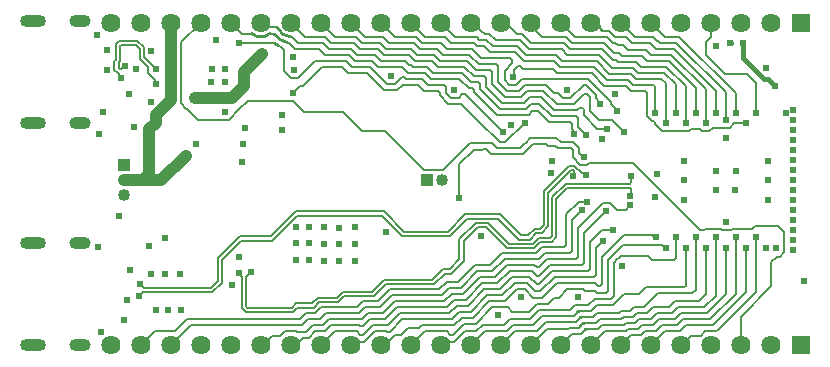
<source format=gbl>
G04*
G04 #@! TF.GenerationSoftware,Altium Limited,Altium Designer,24.10.1 (45)*
G04*
G04 Layer_Physical_Order=4*
G04 Layer_Color=16711680*
%FSLAX25Y25*%
%MOIN*%
G70*
G04*
G04 #@! TF.SameCoordinates,F1117688-C2E4-4B3A-BF9F-62EBCE255B8A*
G04*
G04*
G04 #@! TF.FilePolarity,Positive*
G04*
G01*
G75*
%ADD12C,0.00600*%
G04:AMPARAMS|DCode=53|XSize=39.37mil|YSize=70.87mil|CornerRadius=19.68mil|HoleSize=0mil|Usage=FLASHONLY|Rotation=270.000|XOffset=0mil|YOffset=0mil|HoleType=Round|Shape=RoundedRectangle|*
%AMROUNDEDRECTD53*
21,1,0.03937,0.03150,0,0,270.0*
21,1,0.00000,0.07087,0,0,270.0*
1,1,0.03937,-0.01575,0.00000*
1,1,0.03937,-0.01575,0.00000*
1,1,0.03937,0.01575,0.00000*
1,1,0.03937,0.01575,0.00000*
%
%ADD53ROUNDEDRECTD53*%
G04:AMPARAMS|DCode=54|XSize=39.37mil|YSize=86.61mil|CornerRadius=19.68mil|HoleSize=0mil|Usage=FLASHONLY|Rotation=270.000|XOffset=0mil|YOffset=0mil|HoleType=Round|Shape=RoundedRectangle|*
%AMROUNDEDRECTD54*
21,1,0.03937,0.04724,0,0,270.0*
21,1,0.00000,0.08661,0,0,270.0*
1,1,0.03937,-0.02362,0.00000*
1,1,0.03937,-0.02362,0.00000*
1,1,0.03937,0.02362,0.00000*
1,1,0.03937,0.02362,0.00000*
%
%ADD54ROUNDEDRECTD54*%
%ADD59C,0.01500*%
%ADD61C,0.00603*%
%ADD63C,0.04000*%
%ADD67C,0.06400*%
%ADD68R,0.06400X0.06400*%
%ADD69C,0.04000*%
%ADD70R,0.04000X0.04000*%
%ADD71R,0.04000X0.04000*%
%ADD72C,0.02400*%
%ADD80C,0.01000*%
%ADD81C,0.01000*%
D12*
X190100Y81679D02*
X194679Y77100D01*
X197900D01*
X199666Y79934D02*
X203500Y76100D01*
X195366Y79934D02*
X199666D01*
X190100Y81679D02*
Y83593D01*
X201100Y83200D02*
Y83482D01*
X199332Y85250D02*
X201100Y83482D01*
X199332Y85250D02*
Y86150D01*
X195600Y85521D02*
Y85900D01*
X194100Y87400D02*
X195600Y85900D01*
X194100Y87400D02*
Y88553D01*
X192100Y83200D02*
X195366Y79934D01*
X188100Y77900D02*
X190800Y75200D01*
X148700Y65300D02*
X153468Y70068D01*
X148700Y54100D02*
Y65300D01*
X153468Y70068D02*
X156196D01*
X157428Y70472D02*
X159300Y68600D01*
X156600Y70472D02*
X157428D01*
X156196Y70068D02*
X156600Y70472D01*
X80900Y105800D02*
X86950D01*
X75200D02*
X80900D01*
X90300Y96482D02*
Y103497D01*
X88226Y104922D02*
X89714Y104083D01*
X90300Y103497D01*
X92582Y94200D02*
X94818D01*
X100418Y99800D01*
X90300Y96482D02*
X92582Y94200D01*
X75100Y105900D02*
X75200Y105800D01*
X91418Y105888D02*
X91975Y105797D01*
X87032Y108607D02*
X87085Y108554D01*
X86739Y108900D02*
X87032Y108607D01*
X72500Y112500D02*
X76100Y108900D01*
X85522D02*
X86739D01*
X76100D02*
X79478D01*
X91975Y105797D02*
X93972Y103800D01*
X102000D01*
X92800Y107800D02*
X94800Y105800D01*
X84000Y111000D02*
X87792D01*
X88085Y110707D02*
X88209Y110583D01*
X92500Y107800D02*
X92800D01*
X87792Y111000D02*
X88085Y110707D01*
X82500Y112500D02*
X84000Y111000D01*
X124543Y92000D02*
X127118D01*
X100418Y99800D02*
X110722D01*
X143614Y91800D02*
X144200Y91214D01*
X138243Y91800D02*
X143614D01*
X144200Y89082D02*
X145782Y87500D01*
X150512Y88589D02*
X163100Y76000D01*
X149683Y88589D02*
X150512D01*
X144200Y89082D02*
Y91214D01*
X145782Y87500D02*
X148595D01*
X136243Y93800D02*
X138243Y91800D01*
X148595Y87500D02*
X149683Y88589D01*
X130743Y93800D02*
X136243D01*
X130245Y94298D02*
X130743Y93800D01*
X129417Y94298D02*
X130245D01*
X127118Y92000D02*
X129417Y94298D01*
X112722Y97800D02*
X118743D01*
X124543Y92000D01*
X110722Y99800D02*
X112722Y97800D01*
X78118Y86400D02*
X80900D01*
X75318Y83600D02*
X78118Y86400D01*
X57700Y83900D02*
X58000Y83600D01*
X56000Y85600D02*
X57700Y83900D01*
X58000Y83600D02*
X61600Y80000D01*
X71718D02*
X75318Y83600D01*
X80900Y86400D02*
X93105D01*
X56000Y106000D02*
X62500Y112500D01*
X189021Y68600D02*
X189721Y67900D01*
X161350Y70600D02*
X168811D01*
X96739Y82766D02*
X109798D01*
X170800Y72500D02*
X172368Y74068D01*
X188416Y69186D02*
Y70843D01*
X93105Y86400D02*
X96739Y82766D01*
X136867Y63566D02*
X143147D01*
X152082Y72500D02*
X159450D01*
X170711D02*
X170800D01*
X172368Y74068D02*
X180961D01*
X182428Y72600D01*
X186659D01*
X189721Y67900D02*
X190100D01*
X56000Y85600D02*
Y106000D01*
X159450Y72500D02*
X161350Y70600D01*
X189002Y68600D02*
X189021D01*
X109798Y82766D02*
X116098Y76466D01*
X123967D02*
X136867Y63566D01*
X61600Y80000D02*
X71718D01*
X116098Y76466D02*
X123967D01*
X168811Y70600D02*
X170711Y72500D01*
X143147Y63566D02*
X152082Y72500D01*
X186659Y72600D02*
X188416Y70843D01*
Y69186D02*
X189002Y68600D01*
X256980Y35980D02*
Y38618D01*
X254441Y34541D02*
X255541D01*
X256980Y35980D01*
X255000Y44800D02*
X256979Y42821D01*
Y38619D02*
Y42821D01*
X247200Y44800D02*
X255000D01*
X256979Y38619D02*
X256980Y38618D01*
X190072Y91753D02*
X190900D01*
X194100Y88553D01*
X185618Y87300D02*
X190072Y91753D01*
X189302Y8873D02*
X190606Y10177D01*
X191096Y10300D02*
X194972D01*
X188473Y10873D02*
X189186Y11586D01*
X189197Y11597D02*
X189777Y12177D01*
X189779Y12178D02*
X190266Y12300D01*
X187786Y13015D02*
X188949Y14178D01*
X188952Y14178D02*
X189435Y14299D01*
X186817Y14873D02*
X188122Y16178D01*
X188124Y16179D02*
X188605Y16299D01*
X169618Y93800D02*
X180472D01*
X169618D02*
X180472D01*
X191682D01*
X165495Y106677D02*
X168848D01*
X161066D02*
X168848D01*
X160743D02*
X161066D01*
X197763Y107762D02*
X199725Y105800D01*
X197725Y107800D02*
X197763Y107762D01*
X196060Y110093D02*
X196353Y109800D01*
X212372Y105800D02*
X212664Y105507D01*
X214372Y103800D01*
X190200Y42300D02*
X197700Y49800D01*
X196582Y52500D02*
X198841D01*
X188200Y44118D02*
X196582Y52500D01*
X198841D02*
X201141Y50200D01*
X204100D02*
X205500Y51600D01*
X201141Y50200D02*
X204100D01*
X184200Y48618D02*
X188482Y52900D01*
X191200D01*
X188982Y65200D02*
X191218D01*
X186416Y67766D02*
X188982Y65200D01*
X186416Y67766D02*
Y70014D01*
X181600Y70600D02*
X185830D01*
X191759Y65741D02*
X206538D01*
X191218Y65200D02*
X191759Y65741D01*
X185830Y70600D02*
X186416Y70014D01*
X178284Y71488D02*
X180712D01*
X181600Y70600D01*
X177704Y72068D02*
X178284Y71488D01*
X169728Y68600D02*
X173196Y72068D01*
X177704D01*
X159300Y68600D02*
X169728D01*
X206538Y65741D02*
X228979Y43300D01*
X230300D01*
X230696Y43696D02*
X235982D01*
X230300Y43300D02*
X230696Y43696D01*
X235982D02*
X236382Y43296D01*
X239332D01*
X239732Y43696D01*
X246096D01*
X247200Y44800D01*
X252600Y32700D02*
X254441Y34541D01*
X242500Y5000D02*
Y14531D01*
X252600Y24631D01*
Y32700D01*
X93200Y89175D02*
X95426Y91400D01*
X93200Y89100D02*
Y89175D01*
X95426Y91400D02*
X96528D01*
X102928Y97800D01*
X170400Y78982D02*
Y79000D01*
X162179Y72600D02*
X164018D01*
X170400Y78982D01*
X154979Y79800D02*
X162179Y72600D01*
X154843Y79800D02*
X154979D01*
X144953Y85500D02*
X149143D01*
X154843Y79800D01*
X142200Y88253D02*
X144953Y85500D01*
X142200Y88253D02*
Y89214D01*
X136973Y89800D02*
X141614D01*
X142200Y89214D01*
X134973Y91800D02*
X136973Y89800D01*
X129747Y91800D02*
X134973D01*
X127947Y90000D02*
X129747Y91800D01*
X123715Y90000D02*
X127947D01*
X117915Y95800D02*
X123715Y90000D01*
X111422Y95800D02*
X117915D01*
X109422Y97800D02*
X111422Y95800D01*
X102928Y97800D02*
X109422D01*
X102000Y103800D02*
X104000Y101800D01*
X111886D01*
X113886Y99800D01*
X119572D01*
X121572Y97800D01*
X129572D01*
X131572Y95800D02*
X137072D01*
X129572Y97800D02*
X131572Y95800D01*
X137072D02*
X139072Y93800D01*
X148648D01*
X151771Y90677D01*
X152914D01*
X153500Y90091D01*
Y89540D02*
Y90091D01*
Y89540D02*
X161240Y81800D01*
X171760D01*
X172954Y82993D01*
X174893D01*
X178586Y79300D01*
X185514D01*
X186100Y78714D01*
Y77072D02*
Y78714D01*
X186532Y75568D02*
Y76639D01*
X186100Y77072D02*
X186532Y76639D01*
Y75568D02*
X186800Y75300D01*
X137900Y97800D02*
X139900Y95800D01*
X133058Y97800D02*
X137900D01*
X132458Y98400D02*
X133058Y97800D01*
X139900Y95800D02*
X149476D01*
X131800Y98400D02*
X132458D01*
X149476Y95800D02*
X152600Y92677D01*
X130400Y99800D02*
X131800Y98400D01*
X94800Y105800D02*
X103207D01*
X105207Y103800D01*
X112715D01*
X114715Y101800D01*
X120400D01*
X122400Y99800D02*
X130400D01*
X120400Y101800D02*
X122400Y99800D01*
X154914Y92677D02*
X155500Y92091D01*
X152600Y92677D02*
X154914D01*
X155500Y90368D02*
Y92091D01*
Y90368D02*
X162068Y83800D01*
X170932D01*
X172489Y85357D01*
X175357D01*
X179415Y81300D01*
X187514D01*
X188100Y80714D01*
Y77900D02*
Y80714D01*
X191682Y93800D02*
X199332Y86150D01*
X192100Y83200D02*
Y87725D01*
X92500Y112500D02*
X97200Y107800D01*
X104036D01*
X106036Y105800D01*
X113543D01*
X115543Y103800D01*
X121443D01*
X123443Y101800D02*
X131886D01*
X121443Y103800D02*
X123443Y101800D01*
X133886Y99800D02*
X139443D01*
X131886Y101800D02*
X133886Y99800D01*
X139443D02*
X141443Y97800D01*
X150305D01*
X153428Y94677D01*
X156914D01*
X157500Y94091D01*
Y91196D02*
Y94091D01*
Y91196D02*
X162896Y85800D01*
X170104D01*
X172104Y87800D01*
X175743D01*
X180243Y83300D01*
X187807D02*
X188686Y84179D01*
X189514D01*
X190100Y83593D01*
X180243Y83300D02*
X187807D01*
X159500Y92025D02*
Y96091D01*
X163725Y87800D02*
X169275D01*
X171275Y89800D02*
X176572D01*
X159500Y92025D02*
X163725Y87800D01*
X176572Y89800D02*
X181072Y85300D01*
X169275Y87800D02*
X171275Y89800D01*
X190337Y88659D02*
X191166D01*
X192100Y87725D01*
X186978Y85300D02*
X190337Y88659D01*
X181072Y85300D02*
X186978D01*
X183382Y87300D02*
X185618D01*
X180100Y89100D02*
X181582D01*
X183382Y87300D01*
X177400Y91800D02*
X180100Y89100D01*
X161500Y92853D02*
Y98091D01*
Y92853D02*
X164553Y89800D01*
X168447D01*
X170447Y91800D02*
X177400D01*
X168447Y89800D02*
X170447Y91800D01*
X155085Y98677D02*
X160914D01*
X151962Y101800D02*
X155085Y98677D01*
X160914D02*
X161500Y98091D01*
X165382Y91800D02*
X167618D01*
X155913Y100677D02*
X165714D01*
X166300Y99028D02*
Y100091D01*
X163800Y93382D02*
Y96528D01*
X165714Y100677D02*
X166300Y100091D01*
X163800Y96528D02*
X166300Y99028D01*
X163800Y93382D02*
X165382Y91800D01*
X167618D02*
X169618Y93800D01*
X107200Y107800D02*
X114372D01*
X102500Y112500D02*
X107200Y107800D01*
X114372D02*
X116372Y105800D01*
X122272D01*
X124272Y103800D01*
X132715D01*
X134715Y101800D01*
X140272D01*
X142272Y99800D01*
X151133D02*
X154256Y96677D01*
X158914D01*
X159500Y96091D01*
X142272Y99800D02*
X151133D01*
X112500Y112500D02*
X117200Y107800D01*
X123100D01*
X125100Y105800D01*
X133543D01*
X135543Y103800D02*
X141100D01*
X133543Y105800D02*
X135543Y103800D01*
X141100D02*
X143100Y101800D01*
X151962D01*
X127200Y107800D02*
X134372D01*
X122500Y112500D02*
X127200Y107800D01*
X134372D02*
X136372Y105800D01*
X142600D01*
X144600Y103800D01*
X152790D01*
X155913Y100677D01*
X180001Y97100D02*
X181301Y95800D01*
X168984Y98056D02*
X169940Y97100D01*
X180001D01*
X181301Y95800D02*
X192746D01*
X197046Y91500D01*
X166768Y96668D02*
X168156Y98056D01*
X168984D01*
X166500Y94500D02*
X166768Y94768D01*
Y96668D01*
X197046Y91500D02*
X204186D01*
X205886Y89800D01*
X210635D01*
X211335Y89100D01*
Y81382D02*
Y89100D01*
Y81382D02*
X212917Y79800D01*
X213414D01*
X214000Y79214D01*
Y78611D02*
Y79214D01*
Y78611D02*
X216307Y76304D01*
X225236D01*
X226031Y77098D01*
X228898D01*
X229693Y76304D01*
X231948D02*
X233144Y77500D01*
X238857D01*
X229693Y76304D02*
X231948D01*
X238857Y77500D02*
X240361Y79004D01*
X244197D01*
X237500Y80200D02*
X237504Y80204D01*
Y89296D01*
X132500Y112500D02*
X137200Y107800D01*
X143936D01*
X145936Y105800D01*
X153618D01*
X154545Y104873D02*
X156798D01*
X153618Y105800D02*
X154545Y104873D01*
X156798D02*
X158995Y102677D01*
X167191D01*
X170111Y99757D01*
X180172D01*
X182129Y97800D01*
X193575D01*
X197875Y93500D01*
X205015D01*
X206715Y91800D01*
X213450D01*
X214035Y91214D01*
Y82500D02*
Y91214D01*
X47200Y9700D02*
X53936D01*
X42500Y5000D02*
X47200Y9700D01*
X53936D02*
X57936Y13700D01*
X95411D01*
X97411Y15700D02*
X100700D01*
X95411Y13700D02*
X97411Y15700D01*
X100700D02*
X102700Y17700D01*
X114411D01*
X116411Y19700D01*
X121487D01*
X125487Y23700D01*
X141926D01*
X144456Y26230D01*
X148260D01*
X153729Y31700D01*
X158829D01*
X162929Y35800D01*
X174329D01*
X176329Y37800D01*
X183614D01*
X184200Y38386D02*
Y48618D01*
X183614Y37800D02*
X184200Y38386D01*
X52500Y5000D02*
X59200Y11700D01*
X95275D01*
X96171Y11632D02*
X98239Y13700D01*
X95275Y11700D02*
X95343Y11632D01*
X96171D01*
X98239Y13700D02*
X102343D01*
X104343Y15700D01*
X115240D01*
X117240Y17700D01*
X122316D01*
X126316Y21700D01*
X142754D01*
X145285Y24230D02*
X149088D01*
X142754Y21700D02*
X145285Y24230D01*
X149088D02*
X154558Y29700D01*
X159658D01*
X163758Y33800D01*
X175158D01*
X177158Y35800D01*
X185614D01*
X186200Y36386D01*
Y46800D01*
X189400Y50000D01*
X83100Y5000D02*
X86123Y8023D01*
X82500Y5000D02*
X83100D01*
X86123Y8023D02*
X88877D01*
X90553Y9700D01*
X94447D01*
X94600Y9547D01*
X97572D01*
X99725Y11700D01*
X103172D01*
X105172Y13700D01*
X116068D01*
X118068Y15700D01*
X123144D01*
X127144Y19700D01*
X143583D01*
X146113Y22230D01*
X149917D01*
X155386Y27700D01*
X160486D01*
X164586Y31800D01*
X173632D01*
X174395Y31037D01*
X175223D01*
X177986Y33800D01*
X187614D01*
X188200Y34386D01*
Y44118D01*
X93961Y5000D02*
X96508Y7547D01*
X98400D01*
X92500Y5000D02*
X93961D01*
X98400Y7547D02*
X100553Y9700D01*
X104000D01*
X106000Y11700D01*
X115275D01*
X115672Y11304D01*
X116500D01*
X118896Y13700D01*
X123973D01*
X127973Y17700D01*
X144411D01*
X146942Y20230D01*
X150745D01*
X156215Y25700D01*
X161315D01*
X175223Y28209D02*
X178815Y31800D01*
X190200Y32386D02*
Y42300D01*
X174395Y28209D02*
X175223D01*
X172804Y29800D02*
X174395Y28209D01*
X189614Y31800D02*
X190200Y32386D01*
X178815Y31800D02*
X189614D01*
X165415Y29800D02*
X172804D01*
X161315Y25700D02*
X165415Y29800D01*
X151574Y18230D02*
X157043Y23700D01*
X147770Y18230D02*
X151574D01*
X157043Y23700D02*
X162143D01*
X145240Y15700D02*
X147770Y18230D01*
X128801Y15700D02*
X145240D01*
X115672Y8475D02*
X116500D01*
X114447Y9700D02*
X115672Y8475D01*
X107200Y9700D02*
X114447D01*
X102500Y5000D02*
X107200Y9700D01*
X116500Y8475D02*
X119725Y11700D01*
X124801D01*
X128801Y15700D01*
X162143Y23700D02*
X166243Y27800D01*
X171975D01*
X174395Y25380D01*
X175223D01*
X179643Y29800D01*
X191614D01*
X192200Y30386D01*
Y39318D01*
X196182Y43300D01*
X199900D01*
X113533Y6033D02*
X116886D01*
X112500Y5000D02*
X113533Y6033D01*
X116886D02*
X120553Y9700D01*
X124447D01*
X124624Y9523D01*
X125452D01*
X129629Y13700D01*
X146068D01*
X148598Y16230D01*
X152402D01*
X157872Y21700D01*
X162972D01*
X167072Y25800D01*
X171147D01*
X173933Y23014D01*
X175686D02*
X180472Y27800D01*
X173933Y23014D02*
X175686D01*
X180472Y27800D02*
X193614D01*
X194200Y28386D01*
Y37500D01*
X196600Y39900D01*
X200028Y18373D02*
X203655Y22000D01*
X208700D02*
X210986Y24286D01*
X203655Y22000D02*
X208700D01*
X194560Y18373D02*
X200028D01*
X210986Y24286D02*
X223576D01*
X149427Y14230D02*
X153230D01*
X146896Y11700D02*
X149427Y14230D01*
X158700Y19700D02*
X163800D01*
X136372Y11700D02*
X146896D01*
X153230Y14230D02*
X158700Y19700D01*
X164741Y17700D02*
X166241Y16200D01*
X150255Y12230D02*
X154074D01*
X159543Y17700D02*
X164741D01*
X154074Y12230D02*
X159543Y17700D01*
X181300Y25800D02*
X193831D01*
X176373Y20873D02*
X181300Y25800D01*
X170418Y23700D02*
X173245Y20873D01*
X176373D01*
X171779Y16200D02*
X174452Y18873D01*
X180100Y20900D02*
X181800D01*
X166241Y16200D02*
X171779D01*
X178073Y18873D02*
X180100Y20900D01*
X174452Y18873D02*
X178073D01*
X181800Y20900D02*
X184700Y23800D01*
X201886Y15700D02*
X202560Y16373D01*
X206900Y17700D02*
X210300D01*
X205573Y16373D02*
X206900Y17700D01*
X202560Y16373D02*
X205573D01*
X194715Y15700D02*
X201886D01*
X193373Y14358D02*
X194715Y15700D01*
X189438Y14300D02*
X193373Y14358D01*
X194143Y12300D02*
X195543Y13700D01*
X202715D01*
X203388Y14373D01*
X207770Y15700D02*
X211363D01*
X203388Y14373D02*
X206443D01*
X207770Y15700D01*
X196372Y11700D02*
X203543D01*
X207272Y12373D02*
X208598Y13700D01*
X203543Y11700D02*
X204217Y12373D01*
X207272D01*
X195265Y10593D02*
X196372Y11700D01*
X208598Y13700D02*
X212429D01*
X204372Y9700D02*
X205045Y10373D01*
X208100D01*
X192500Y5000D02*
X197200Y9700D01*
X209427Y11700D02*
X213257D01*
X197200Y9700D02*
X204372D01*
X208100Y10373D02*
X209427Y11700D01*
X210300Y17700D02*
X214886Y22286D01*
X211363Y15700D02*
X213363Y17700D01*
X218600D02*
X220600Y19700D01*
X213363Y17700D02*
X218600D01*
X214886Y22286D02*
X226300D01*
X227465Y23450D02*
Y40996D01*
X226300Y22286D02*
X227465Y23450D01*
X223576Y24286D02*
X224161Y24872D01*
Y37500D01*
X211400Y34900D02*
X212800Y33500D01*
X220186D01*
X202500Y34900D02*
X211400D01*
X220772Y34086D02*
Y40996D01*
X220186Y33500D02*
X220772Y34086D01*
X200600Y33000D02*
X202500Y34900D01*
X203643Y41700D02*
X212996D01*
X196200Y34257D02*
X203643Y41700D01*
X213700Y40996D02*
X214079D01*
X212996Y41700D02*
X213700Y40996D01*
X212960Y38296D02*
X215197D01*
X216290Y38300D02*
X217090Y37500D01*
X215201Y38300D02*
X216290D01*
X198200Y33428D02*
X203072Y38300D01*
X212956D01*
X212960Y38296D01*
X215197D02*
X215201Y38300D01*
X217090Y37500D02*
X217469D01*
X131453Y10600D02*
X135272D01*
X136372Y11700D01*
X129177Y8323D02*
X131453Y10600D01*
X127081Y8323D02*
X129177D01*
X122500Y5000D02*
X123758D01*
X127081Y8323D01*
X163800Y19700D02*
X167800Y23700D01*
X170418D01*
X193831Y25800D02*
X194786Y24846D01*
X195614D01*
X196200Y25431D01*
Y34257D01*
X145672Y8475D02*
X146500D01*
X144447Y9700D02*
X145672Y8475D01*
X137200Y9700D02*
X144447D01*
X132500Y5000D02*
X137200Y9700D01*
X146500Y8475D02*
X150255Y12230D01*
X184700Y23800D02*
X189818D01*
X190559Y23059D01*
X194430Y22373D02*
X197614D01*
X193744Y23059D02*
X194430Y22373D01*
X197614D02*
X198200Y22959D01*
X190559Y23059D02*
X193744D01*
X198200Y22959D02*
Y33428D01*
X199200Y20373D02*
X200200Y21373D01*
Y32418D01*
X200600Y32818D02*
Y33000D01*
X200200Y32418D02*
X200600Y32818D01*
X142500Y5000D02*
X143533Y6033D01*
X146886D01*
X150553Y9700D01*
X154372D01*
X156436Y11764D01*
X163607D01*
X165707Y13864D01*
X172272D01*
X175281Y16873D01*
X185700D01*
X191704Y18346D02*
X193731Y20373D01*
X187173Y18346D02*
X191704D01*
X193731Y20373D02*
X199200D01*
X185700Y16873D02*
X187173Y18346D01*
X176109Y14873D02*
X186817D01*
X189423Y16300D02*
X192532Y16346D01*
X188608Y16300D02*
X189423D01*
X192532Y16346D02*
X194560Y18373D01*
X187645Y12873D02*
X187768Y12997D01*
X177545Y12873D02*
X187645D01*
X172500Y5000D02*
X177800Y10300D01*
X185545Y10873D02*
X188473D01*
X190268Y12300D02*
X194143D01*
X177800Y10300D02*
X184972D01*
X185545Y10873D01*
X186373Y8873D02*
X189302D01*
X194972Y10300D02*
X195265Y10593D01*
X157264Y9764D02*
X164436D01*
X152500Y5000D02*
X157264Y9764D01*
X166536Y11864D02*
X173100D01*
X164436Y9764D02*
X166536Y11864D01*
X173100D02*
X176109Y14873D01*
X162500Y5000D02*
X167364Y9864D01*
X174536D01*
X177545Y12873D01*
X220600Y19700D02*
X228400D01*
X230854Y22154D02*
Y37500D01*
X228400Y19700D02*
X230854Y22154D01*
X182500Y5000D02*
X186373Y8873D01*
X212429Y13700D02*
X214429Y15700D01*
X219615D01*
X221615Y17700D01*
X230372D01*
X234157Y21486D01*
Y40996D01*
X213257Y11700D02*
X215257Y13700D01*
X220443D01*
X222443Y15700D01*
X231200D01*
X237547Y22047D01*
Y37500D01*
X205873Y8373D02*
X209227D01*
X202500Y5000D02*
X205873Y8373D01*
X209227D02*
X210553Y9700D01*
X214086D01*
X216086Y11700D01*
X221272D01*
X223272Y13700D02*
X232372D01*
X221272Y11700D02*
X223272Y13700D01*
X232372D02*
X240850Y22179D01*
Y40996D01*
X217200Y9700D02*
X222100D01*
X212500Y5000D02*
X217200Y9700D01*
X222100D02*
X224100Y11700D01*
X233200D01*
X244240Y22740D01*
Y37500D01*
X222700Y5000D02*
X225923Y8223D01*
X229077D01*
X222500Y5000D02*
X222700D01*
X229077Y8223D02*
X230553Y9700D01*
X234300D01*
X234800Y10200D01*
X234887D02*
X247543Y22857D01*
X234800Y10200D02*
X234887D01*
X247543Y22857D02*
Y40996D01*
X230723Y101906D02*
Y106041D01*
X237128Y95500D02*
X244500D01*
X230723Y101906D02*
X237128Y95500D01*
X230723Y106041D02*
X232500Y107818D01*
Y112500D01*
X247500Y82500D02*
Y92500D01*
X244500Y95500D02*
X247500Y92500D01*
X216029Y93800D02*
X217425Y92404D01*
X198703Y95500D02*
X205843D01*
X207543Y93800D01*
X216029D01*
X194403Y99800D02*
X198703Y95500D01*
X182957Y99800D02*
X194403D01*
X201500Y99500D02*
X207500D01*
X196060Y103800D02*
X199860Y100000D01*
X201000D01*
X201500Y99500D01*
X196888Y105800D02*
X200188Y102500D01*
X202000D01*
X203000Y101500D02*
X209500D01*
X202000Y102500D02*
X203000Y101500D01*
X203300Y105000D02*
X204800Y103500D01*
X200700Y105800D02*
X201500Y105000D01*
X199725Y105800D02*
X200700D01*
X201500Y105000D02*
X203300D01*
X204800Y103500D02*
X211000D01*
X158455Y108873D02*
X160743Y106677D01*
X157233Y108873D02*
X158455D01*
X152500Y112500D02*
X157233Y108873D01*
X162500Y112500D02*
X163961D01*
X165535Y110927D01*
X165573D01*
X167823Y108677D02*
X169677D01*
X165573Y110927D02*
X167823Y108677D01*
X176200Y107800D02*
X184372D01*
X172500Y111500D02*
Y112500D01*
Y111500D02*
X176200Y107800D01*
X157627Y106873D02*
X159823Y104677D01*
X154447Y107800D02*
X155373Y106873D01*
X157627D01*
X204372Y107800D02*
X206372Y105800D01*
X200553Y107800D02*
X204372D01*
X198553Y109800D02*
X200553Y107800D01*
X206372Y105800D02*
X212372D01*
X195096Y111914D02*
X195929Y110225D01*
X196353Y109800D02*
X198553D01*
X195929Y110225D02*
X196060Y110093D01*
X194510Y112500D02*
X195096Y111914D01*
X192500Y112500D02*
X194510D01*
X147200Y107800D02*
X154447D01*
X142500Y112500D02*
X147200Y107800D01*
X159823Y104677D02*
X168020D01*
X170939Y101757D01*
X181000D01*
X182957Y99800D01*
X217425Y79004D02*
Y92404D01*
X168848Y106677D02*
X171767Y103757D01*
X182757D01*
X184715Y101800D01*
X195232D01*
X199532Y97500D01*
X206672D01*
X208372Y95800D01*
X216858D01*
X220728Y91930D01*
Y82500D02*
Y91930D01*
X169677Y108677D02*
X172553Y105800D01*
X183543D01*
X185543Y103800D01*
X196060D01*
X207500Y99500D02*
X209200Y97800D01*
X217686D01*
X224118Y91368D01*
Y79004D02*
Y91368D01*
X184372Y107800D02*
X186372Y105800D01*
X196888D01*
X209500Y101500D02*
X211200Y99800D01*
X218515D01*
X227421Y90893D01*
Y82500D02*
Y90893D01*
X211000Y103500D02*
X212700Y101800D01*
X219343D01*
X230811Y90332D01*
Y79004D02*
Y90332D01*
X187200Y107800D02*
X197725D01*
X234114Y82500D02*
Y89857D01*
X220172Y103800D02*
X234114Y89857D01*
X214372Y103800D02*
X220172D01*
X182500Y112500D02*
X187200Y107800D01*
X207200D02*
X213200D01*
X202500Y112500D02*
X207200Y107800D01*
X213200D02*
X214500Y106500D01*
X215000D01*
X215700Y105800D01*
X221000D01*
X237504Y89296D01*
X212500Y112500D02*
X217200Y107800D01*
X222000D01*
X240807Y88993D01*
Y82500D02*
Y88993D01*
D53*
X22220Y113008D02*
D03*
Y39008D02*
D03*
Y78992D02*
D03*
Y4992D02*
D03*
D54*
X6472Y113008D02*
D03*
Y78992D02*
D03*
Y39008D02*
D03*
Y4992D02*
D03*
D59*
X243200Y105700D02*
X243300Y105600D01*
X239000Y105800D02*
X239100Y105700D01*
X243300Y100628D02*
X250103Y93825D01*
X243300Y100628D02*
Y105600D01*
X250103Y93825D02*
X251446D01*
X253871Y91400D01*
X253900D01*
D61*
X42096Y100520D02*
Y103751D01*
X44919Y95701D02*
Y97697D01*
X46322Y98252D02*
Y98278D01*
Y98252D02*
X47500Y97074D01*
X43499Y101102D02*
Y104332D01*
Y101102D02*
X46322Y98278D01*
X47500Y97000D02*
Y97074D01*
X42096Y100520D02*
X44919Y97697D01*
Y95701D02*
X47175Y93445D01*
Y92325D02*
X47500Y92000D01*
X40747Y105100D02*
X42096Y103751D01*
X47175Y92325D02*
Y93445D01*
X35853Y105100D02*
X40747D01*
X35272Y106503D02*
X41328D01*
X43499Y104332D01*
X35500Y99655D02*
Y104747D01*
X34097Y105328D02*
X35272Y106503D01*
X34097Y100236D02*
Y105328D01*
X35500Y104747D02*
X35853Y105100D01*
X35088Y99243D02*
X35500Y99655D01*
X35088Y97436D02*
X35441Y97083D01*
X35088Y97436D02*
Y99243D01*
X37165Y98200D02*
X37300D01*
X36048Y97083D02*
X37165Y98200D01*
X35441Y97083D02*
X36048D01*
X33685Y96855D02*
Y99824D01*
X34097Y100236D01*
X35800Y94100D02*
Y94586D01*
X35256Y95130D02*
X35800Y94586D01*
X34903Y95680D02*
X35256Y95327D01*
Y95130D02*
Y95327D01*
X33685Y96855D02*
X34860Y95680D01*
X34903D01*
X94064Y49603D02*
X123397D01*
X68097Y33981D02*
X75419Y41303D01*
X85764D01*
X86345Y39900D02*
X94645Y48200D01*
X69500Y33400D02*
X76000Y39900D01*
X86345D01*
X85764Y41303D02*
X94064Y49603D01*
X94645Y48200D02*
X122816D01*
X68097Y26481D02*
Y33981D01*
X69500Y25900D02*
Y33400D01*
X42053Y21500D02*
X43252Y22698D01*
X42000Y21500D02*
X42053D01*
X43452Y24102D02*
X65717D01*
X42253Y25300D02*
X43452Y24102D01*
X43252Y22698D02*
X66299D01*
X42200Y25300D02*
X42253D01*
X66299Y22698D02*
X69500Y25900D01*
X65717Y24102D02*
X68097Y26481D01*
X123397Y49603D02*
X130208Y42792D01*
X122816Y48200D02*
X129627Y41389D01*
X145389D01*
X130208Y42792D02*
X144808D01*
X145389Y41389D02*
X151214Y47214D01*
X150633Y48617D02*
X162248D01*
X144808Y42792D02*
X150633Y48617D01*
X151214Y47214D02*
X161667D01*
X162248Y48617D02*
X169255Y41611D01*
X171500D01*
X161667Y47214D02*
X168674Y40208D01*
X172081D01*
X171500Y41611D02*
X173791Y43901D01*
X175492D01*
X176791Y45200D01*
X174372Y42498D02*
X176074D01*
X178194Y44619D01*
X172081Y40208D02*
X174372Y42498D01*
X176791Y56451D02*
X185247Y64907D01*
X189669Y62248D02*
X189866D01*
X190414Y61700D01*
X176791Y45200D02*
Y56451D01*
X190414Y61700D02*
X190900D01*
X185828Y63504D02*
X186428D01*
X178194Y44619D02*
Y55870D01*
X186428Y63504D02*
X186781Y63151D01*
X185247Y64907D02*
X187009D01*
X186700Y61400D02*
X186781Y61481D01*
X178194Y55870D02*
X185828Y63504D01*
X186781Y61481D02*
Y63151D01*
X187009Y64907D02*
X189669Y62248D01*
X77600Y27800D02*
X79100Y29300D01*
X75100Y29000D02*
X76197Y27903D01*
Y17419D02*
Y27903D01*
X77600Y18000D02*
Y27800D01*
X76197Y17419D02*
X77469Y16147D01*
X93331D01*
X78050Y17550D02*
X92750D01*
X77600Y18000D02*
X78050Y17550D01*
X93331Y16147D02*
X94706Y17522D01*
X92750Y17550D02*
X94125Y18925D01*
X94706Y17522D02*
X100257D01*
X94125Y18925D02*
X99676D01*
X100257Y17522D02*
X102037Y19302D01*
X99676Y18925D02*
X101456Y20705D01*
X107720D01*
X102037Y19302D02*
X108302D01*
X107720Y20705D02*
X109720Y22705D01*
X108302Y19302D02*
X110302Y21302D01*
X120086D01*
X109720Y22705D02*
X119505D01*
X124086Y25302D02*
X140181D01*
X120086Y21302D02*
X124086Y25302D01*
X123505Y26705D02*
X139600D01*
X119505Y22705D02*
X123505Y26705D01*
X143190Y30294D02*
X145410D01*
X139600Y26705D02*
X143190Y30294D01*
X140181Y25302D02*
X143771Y28891D01*
X145991D01*
X145410Y30294D02*
X148697Y33581D01*
X150100Y33000D02*
Y39700D01*
X145991Y28891D02*
X150100Y33000D01*
X148697Y33581D02*
Y40281D01*
X154227Y45811D01*
X150100Y39700D02*
X154808Y44408D01*
X154227Y45811D02*
X158189D01*
X154808Y44408D02*
X157608D01*
X158189Y45811D02*
X165196Y38805D01*
X157608Y44408D02*
X164614Y37402D01*
X165196Y38805D02*
X173085D01*
X175085Y40805D02*
X178902D01*
X173085Y38805D02*
X175085Y40805D01*
X178902D02*
X179597Y41500D01*
X175666Y39402D02*
X179483D01*
X181000Y40919D01*
X173666Y37402D02*
X175666Y39402D01*
X164614Y37402D02*
X173666D01*
X181000Y53799D02*
X184700Y57499D01*
X181000Y40919D02*
Y53799D01*
X179597Y54380D02*
X184119Y58902D01*
X179597Y41500D02*
Y54380D01*
X205800Y55100D02*
Y57145D01*
X205941Y61441D02*
X206000Y61500D01*
X205447Y58902D02*
X205941Y59396D01*
X205600Y54900D02*
X205800Y55100D01*
X205447Y57499D02*
X205800Y57145D01*
X184700Y57499D02*
X205447D01*
X205941Y59396D02*
Y61441D01*
X184119Y58902D02*
X205447D01*
D63*
X76837Y91337D02*
Y96137D01*
X60600Y87400D02*
X72900D01*
X76837Y91337D01*
X49300Y60000D02*
X57400Y68100D01*
X43150Y60000D02*
X49300D01*
X76837Y96137D02*
X82900Y102200D01*
X37000Y60000D02*
X43150D01*
X45275Y62125D01*
Y77015D02*
X47400Y79140D01*
X45275Y62125D02*
Y77015D01*
X47400Y79140D02*
Y81660D01*
X52500Y86760D01*
Y112500D01*
D67*
X202500Y5000D02*
D03*
X212500D02*
D03*
X52500D02*
D03*
X42500D02*
D03*
X232500D02*
D03*
X222500D02*
D03*
X192500D02*
D03*
X182500D02*
D03*
X172500D02*
D03*
X162500D02*
D03*
X152500D02*
D03*
X142500D02*
D03*
X132500D02*
D03*
X122500D02*
D03*
X112500D02*
D03*
X102500D02*
D03*
X92500D02*
D03*
X82500D02*
D03*
X62500Y112500D02*
D03*
X72500D02*
D03*
X82500D02*
D03*
X92500D02*
D03*
X102500D02*
D03*
X112500D02*
D03*
X122500D02*
D03*
X132500D02*
D03*
X142500D02*
D03*
X152500D02*
D03*
X162500D02*
D03*
X172500D02*
D03*
X182500D02*
D03*
X192500D02*
D03*
X202500D02*
D03*
X212500D02*
D03*
X222500D02*
D03*
X232500D02*
D03*
X252500Y5000D02*
D03*
X42500Y112500D02*
D03*
X32500Y5000D02*
D03*
X242500Y112500D02*
D03*
X72500Y5000D02*
D03*
X62500D02*
D03*
X242500D02*
D03*
X52500Y112500D02*
D03*
X252500D02*
D03*
X32500D02*
D03*
D68*
X262500D02*
D03*
Y5000D02*
D03*
D69*
X37000Y60000D02*
D03*
Y55000D02*
D03*
X143000Y60000D02*
D03*
D70*
X37000Y65000D02*
D03*
D71*
X138000Y60000D02*
D03*
D72*
X37000Y13500D02*
D03*
X38000Y20000D02*
D03*
X45200Y38200D02*
D03*
X38900Y30141D02*
D03*
X196300Y73800D02*
D03*
X197900Y77100D02*
D03*
X203500Y76100D02*
D03*
X201100Y83200D02*
D03*
X195600Y85521D02*
D03*
X190800Y75200D02*
D03*
X57400Y68100D02*
D03*
X243300Y105600D02*
D03*
X148700Y54100D02*
D03*
X188200Y21100D02*
D03*
X253900Y91400D02*
D03*
X93300Y101100D02*
D03*
X82900Y102200D02*
D03*
X60600Y87400D02*
D03*
X67500Y106600D02*
D03*
X70500Y97100D02*
D03*
X70700Y92700D02*
D03*
X75100Y105900D02*
D03*
X66100Y97200D02*
D03*
X65800Y92900D02*
D03*
X29800Y82600D02*
D03*
X40300Y77800D02*
D03*
X31300Y103300D02*
D03*
X27900Y108500D02*
D03*
X28700Y75300D02*
D03*
X38400Y88600D02*
D03*
X41000Y97200D02*
D03*
X35800Y94100D02*
D03*
X37300Y98200D02*
D03*
X31100Y96600D02*
D03*
X47500Y92000D02*
D03*
Y97000D02*
D03*
X179200Y62300D02*
D03*
X179400Y66400D02*
D03*
X190900Y61700D02*
D03*
X186700Y61400D02*
D03*
X42200Y25300D02*
D03*
X42000Y21500D02*
D03*
X35100Y48000D02*
D03*
X50400Y40800D02*
D03*
X76200Y66100D02*
D03*
X75100Y29000D02*
D03*
X79100Y29300D02*
D03*
X197700Y49800D02*
D03*
X205600Y54900D02*
D03*
X205500Y51600D02*
D03*
X206000Y61500D02*
D03*
X191200Y52900D02*
D03*
X28200Y37900D02*
D03*
X29100Y9300D02*
D03*
X94200Y44500D02*
D03*
X98700D02*
D03*
X103600Y44300D02*
D03*
X114000D02*
D03*
X108400Y44200D02*
D03*
X94200Y39100D02*
D03*
X98700D02*
D03*
X103600Y38900D02*
D03*
X114000D02*
D03*
X108400Y38800D02*
D03*
Y33100D02*
D03*
X114000Y33200D02*
D03*
X103600D02*
D03*
X98700Y33400D02*
D03*
X94200D02*
D03*
X124350Y42650D02*
D03*
X93200Y89100D02*
D03*
X234300Y104900D02*
D03*
X190100Y67900D02*
D03*
X45800Y103100D02*
D03*
X45900Y86100D02*
D03*
X60800Y72200D02*
D03*
X76700D02*
D03*
X77100Y77300D02*
D03*
X70600Y82700D02*
D03*
X89600Y76700D02*
D03*
Y81800D02*
D03*
X163100Y76000D02*
D03*
X170400Y79000D02*
D03*
X93700Y96900D02*
D03*
X126000Y94700D02*
D03*
X146900Y90200D02*
D03*
X166000Y78400D02*
D03*
X186800Y75300D02*
D03*
X200500Y88800D02*
D03*
X237500Y80200D02*
D03*
X166500Y94500D02*
D03*
X189400Y50000D02*
D03*
X199900Y43300D02*
D03*
X196600Y39900D02*
D03*
X155800Y41300D02*
D03*
X161400Y15000D02*
D03*
X169300Y21000D02*
D03*
X202900Y31300D02*
D03*
X263700Y26400D02*
D03*
X239000Y105800D02*
D03*
X250800Y97300D02*
D03*
X257539Y82500D02*
D03*
X260004Y83469D02*
D03*
Y80122D02*
D03*
Y76776D02*
D03*
Y73429D02*
D03*
Y70083D02*
D03*
Y66736D02*
D03*
Y63390D02*
D03*
Y60043D02*
D03*
Y56697D02*
D03*
Y53350D02*
D03*
Y50004D02*
D03*
Y46657D02*
D03*
Y43311D02*
D03*
Y39965D02*
D03*
Y36618D02*
D03*
X184500Y90000D02*
D03*
X244197Y79004D02*
D03*
X254280Y37500D02*
D03*
X250933D02*
D03*
X214035Y82500D02*
D03*
X214079Y40996D02*
D03*
X244240Y37500D02*
D03*
X247543Y40996D02*
D03*
X237547Y37500D02*
D03*
X240850Y40996D02*
D03*
X230854Y37500D02*
D03*
X234157Y40996D02*
D03*
X224161Y37500D02*
D03*
X227465Y40996D02*
D03*
X217469Y37500D02*
D03*
X220772Y40996D02*
D03*
X220728Y82500D02*
D03*
X217425Y79004D02*
D03*
X227421Y82500D02*
D03*
X224118Y79004D02*
D03*
X234114Y82500D02*
D03*
X230811Y79004D02*
D03*
X240807Y82500D02*
D03*
X247500D02*
D03*
X251508Y66492D02*
D03*
X237508Y74004D02*
D03*
X240800Y63100D02*
D03*
X234200D02*
D03*
X223500Y66500D02*
D03*
X251508Y59996D02*
D03*
X240700Y56700D02*
D03*
X234100D02*
D03*
X251508Y53500D02*
D03*
X214400Y62100D02*
D03*
X223500Y60004D02*
D03*
X213800Y54300D02*
D03*
X223500Y53508D02*
D03*
X237500Y45996D02*
D03*
X75300Y34400D02*
D03*
X72900Y25000D02*
D03*
X55400Y28900D02*
D03*
X50400Y28800D02*
D03*
X45800Y28700D02*
D03*
X55800Y16800D02*
D03*
X51700Y16600D02*
D03*
X47400D02*
D03*
D80*
X86950Y105800D02*
G03*
X88226Y104922I5550J6700D01*
G01*
X87085Y108554D02*
G03*
X91418Y105888I5415J3946D01*
G01*
X79478Y108900D02*
G03*
X85522Y108900I3022J3600D01*
G01*
X88209Y110583D02*
G03*
X92500Y107800I4291J1917D01*
G01*
X191096Y10300D02*
G03*
X190606Y10177I2028J-9152D01*
G01*
X189197Y11597D02*
G03*
X189186Y11586I1409J-1420D01*
G01*
X189777Y12177D02*
G03*
X189779Y12178I-241J970D01*
G01*
X188949Y14178D02*
G03*
X188952Y14178I-240J971D01*
G01*
X188122Y16179D02*
G03*
X188124Y16179I-240J971D01*
G01*
X188605Y16299D02*
G03*
X188608Y16300I-243J970D01*
G01*
X191096Y10300D02*
G03*
X190606Y10177I2028J-9152D01*
G01*
X190266Y12300D02*
G03*
X190268Y12300I-243J970D01*
G01*
X189777Y12177D02*
G03*
X189779Y12178I-241J970D01*
G01*
X189197Y11597D02*
G03*
X189186Y11586I1409J-1420D01*
G01*
X189435Y14299D02*
G03*
X189438Y14300I-243J970D01*
G01*
X188950Y14178D02*
G03*
X188952Y14178I-241J971D01*
G01*
X188949Y14178D02*
G03*
X188950Y14178I-240J971D01*
G01*
X187786Y13015D02*
G03*
X187768Y12997I2819J-2837D01*
G01*
X188605Y16299D02*
G03*
X188608Y16300I-243J970D01*
G01*
X188122Y16179D02*
G03*
X188124Y16179I-241J971D01*
G01*
D81*
X87032Y108607D02*
D03*
X88085Y110707D02*
D03*
X188122Y16179D02*
D03*
X196060Y110093D02*
D03*
M02*

</source>
